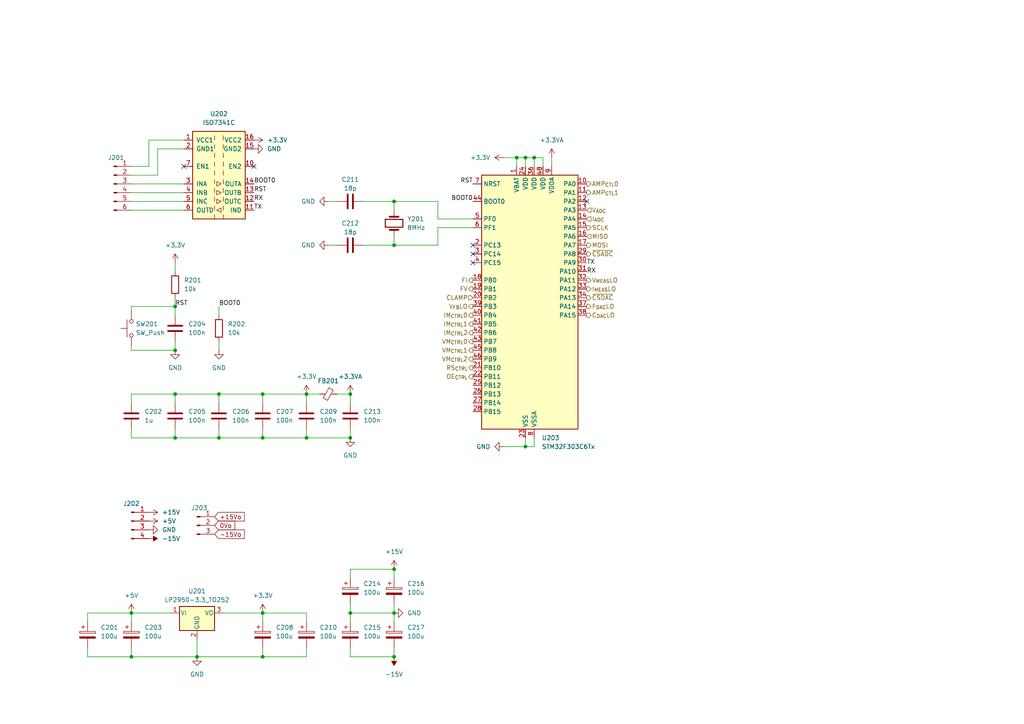
<source format=kicad_sch>
(kicad_sch (version 20231120) (generator "eeschema") (generator_version "8.0")
  (paper "A4")
  (title_block (title "DSMU A1 - Main Analogue Board, Digital Control") (rev "DRAFT 1") (company "Fuckup Industries"))
  (lib_symbols
    (symbol "Connector:Conn_01x03_Pin" (pin_names (offset 1.016) hide)
      (property "Reference" "J" (at 0 5.08 0))
      (property "Value" "Conn_01x03_Pin" (at 0 -5.08 0))
      (symbol "Conn_01x03_Pin_1_1"
        (polyline (pts (xy 1.27 -2.54) (xy 0.8636 -2.54)) (stroke (width 0.1524)))
        (polyline (pts (xy 1.27 0) (xy 0.8636 0)) (stroke (width 0.1524)))
        (polyline (pts (xy 1.27 2.54) (xy 0.8636 2.54)) (stroke (width 0.1524)))
        (rectangle (start 0.8636 -2.413) (end 0 -2.667) (stroke (width 0.1524)) (fill (type outline)))
        (rectangle (start 0.8636 0.127) (end 0 -0.127) (stroke (width 0.1524)) (fill (type outline)))
        (rectangle (start 0.8636 2.667) (end 0 2.413) (stroke (width 0.1524)) (fill (type outline)))
        (pin passive line (at 5.08 2.54 180) (length 3.81) (name "Pin_1") (number "1"))
        (pin passive line (at 5.08 0 180) (length 3.81) (name "Pin_2") (number "2"))
        (pin passive line (at 5.08 -2.54 180) (length 3.81) (name "Pin_3") (number "3"))
      )
    )
    (symbol "Connector:Conn_01x04_Pin" (pin_names (offset 1.016) hide)
      (property "Reference" "J" (at 0 5.08 0))
      (property "Value" "Conn_01x04_Pin" (at 0 -7.62 0))
      (symbol "Conn_01x04_Pin_1_1"
        (polyline (pts (xy 1.27 -5.08) (xy 0.8636 -5.08)) (stroke (width 0.1524)))
        (polyline (pts (xy 1.27 -2.54) (xy 0.8636 -2.54)) (stroke (width 0.1524)))
        (polyline (pts (xy 1.27 0) (xy 0.8636 0)) (stroke (width 0.1524)))
        (polyline (pts (xy 1.27 2.54) (xy 0.8636 2.54)) (stroke (width 0.1524)))
        (rectangle (start 0.8636 -4.953) (end 0 -5.207) (stroke (width 0.1524)) (fill (type outline)))
        (rectangle (start 0.8636 -2.413) (end 0 -2.667) (stroke (width 0.1524)) (fill (type outline)))
        (rectangle (start 0.8636 0.127) (end 0 -0.127) (stroke (width 0.1524)) (fill (type outline)))
        (rectangle (start 0.8636 2.667) (end 0 2.413) (stroke (width 0.1524)) (fill (type outline)))
        (pin passive line (at 5.08 2.54 180) (length 3.81) (name "Pin_1") (number "1"))
        (pin passive line (at 5.08 0 180) (length 3.81) (name "Pin_2") (number "2"))
        (pin passive line (at 5.08 -2.54 180) (length 3.81) (name "Pin_3") (number "3"))
        (pin passive line (at 5.08 -5.08 180) (length 3.81) (name "Pin_4") (number "4"))
      )
    )
    (symbol "Connector:Conn_01x06_Pin" (pin_names (offset 1.016) hide)
      (property "Reference" "J" (at 0 7.62 0))
      (property "Value" "Conn_01x06_Pin" (at 0 -10.16 0))
      (symbol "Conn_01x06_Pin_1_1"
        (polyline (pts (xy 1.27 -7.62) (xy 0.8636 -7.62)) (stroke (width 0.1524)))
        (polyline (pts (xy 1.27 -5.08) (xy 0.8636 -5.08)) (stroke (width 0.1524)))
        (polyline (pts (xy 1.27 -2.54) (xy 0.8636 -2.54)) (stroke (width 0.1524)))
        (polyline (pts (xy 1.27 0) (xy 0.8636 0)) (stroke (width 0.1524)))
        (polyline (pts (xy 1.27 2.54) (xy 0.8636 2.54)) (stroke (width 0.1524)))
        (polyline (pts (xy 1.27 5.08) (xy 0.8636 5.08)) (stroke (width 0.1524)))
        (rectangle (start 0.8636 -7.493) (end 0 -7.747) (stroke (width 0.1524)) (fill (type outline)))
        (rectangle (start 0.8636 -4.953) (end 0 -5.207) (stroke (width 0.1524)) (fill (type outline)))
        (rectangle (start 0.8636 -2.413) (end 0 -2.667) (stroke (width 0.1524)) (fill (type outline)))
        (rectangle (start 0.8636 0.127) (end 0 -0.127) (stroke (width 0.1524)) (fill (type outline)))
        (rectangle (start 0.8636 2.667) (end 0 2.413) (stroke (width 0.1524)) (fill (type outline)))
        (rectangle (start 0.8636 5.207) (end 0 4.953) (stroke (width 0.1524)) (fill (type outline)))
        (pin passive line (at 5.08 5.08 180) (length 3.81) (name "Pin_1") (number "1"))
        (pin passive line (at 5.08 2.54 180) (length 3.81) (name "Pin_2") (number "2"))
        (pin passive line (at 5.08 0 180) (length 3.81) (name "Pin_3") (number "3"))
        (pin passive line (at 5.08 -2.54 180) (length 3.81) (name "Pin_4") (number "4"))
        (pin passive line (at 5.08 -5.08 180) (length 3.81) (name "Pin_5") (number "5"))
        (pin passive line (at 5.08 -7.62 180) (length 3.81) (name "Pin_6") (number "6"))
      )
    )
    (symbol "Device:C" (pin_numbers hide) (pin_names (offset 0.254))
      (property "Reference" "C" (at 0.635 2.54 0))
      (property "Value" "C" (at 0.635 -2.54 0))
      (symbol "C_0_1"
        (polyline (pts (xy -2.032 -0.762) (xy 2.032 -0.762)) (stroke (width 0.508)))
        (polyline (pts (xy -2.032 0.762) (xy 2.032 0.762)) (stroke (width 0.508)))
      )
      (symbol "C_1_1"
        (pin passive line (at 0 3.81 270) (length 2.794) (name "~") (number "1"))
        (pin passive line (at 0 -3.81 90) (length 2.794) (name "~") (number "2"))
      )
    )
    (symbol "Device:C_Polarized" (pin_numbers hide) (pin_names (offset 0.254))
      (property "Reference" "C" (at 0.635 2.54 0))
      (property "Value" "C_Polarized" (at 0.635 -2.54 0))
      (symbol "C_Polarized_0_1"
        (rectangle (start -2.286 0.508) (end 2.286 1.016))
        (polyline (pts (xy -1.778 2.286) (xy -0.762 2.286)))
        (polyline (pts (xy -1.27 2.794) (xy -1.27 1.778)))
        (rectangle (start 2.286 -0.508) (end -2.286 -1.016) (fill (type outline)))
      )
      (symbol "C_Polarized_1_1"
        (pin passive line (at 0 3.81 270) (length 2.794) (name "~") (number "1"))
        (pin passive line (at 0 -3.81 90) (length 2.794) (name "~") (number "2"))
      )
    )
    (symbol "Device:Crystal" (pin_numbers hide) (pin_names (offset 1.016) hide)
      (property "Reference" "Y" (at 0 3.81 0))
      (property "Value" "Crystal" (at 0 -3.81 0))
      (symbol "Crystal_0_1"
        (rectangle (start -1.143 2.54) (end 1.143 -2.54) (stroke (width 0.3048)))
        (polyline (pts (xy -2.54 0) (xy -1.905 0)))
        (polyline (pts (xy -1.905 -1.27) (xy -1.905 1.27)) (stroke (width 0.508)))
        (polyline (pts (xy 1.905 -1.27) (xy 1.905 1.27)) (stroke (width 0.508)))
        (polyline (pts (xy 2.54 0) (xy 1.905 0)))
      )
      (symbol "Crystal_1_1"
        (pin passive line (at -3.81 0 0) (length 1.27) (name "1") (number "1"))
        (pin passive line (at 3.81 0 180) (length 1.27) (name "2") (number "2"))
      )
    )
    (symbol "Device:FerriteBead_Small" (pin_numbers hide) (pin_names (offset 0))
      (property "Reference" "FB" (at 1.905 1.27 0))
      (property "Value" "FerriteBead_Small" (at 1.905 -1.27 0))
      (symbol "FerriteBead_Small_0_1"
        (polyline (pts (xy 0 -1.27) (xy 0 -0.7874)))
        (polyline (pts (xy 0 0.889) (xy 0 1.2954)))
        (polyline (pts (xy -1.8288 0.2794) (xy -1.1176 1.4986) (xy 1.8288 -0.2032) (xy 1.1176 -1.4224) (xy -1.8288 0.2794)))
      )
      (symbol "FerriteBead_Small_1_1"
        (pin passive line (at 0 2.54 270) (length 1.27) (name "~") (number "1"))
        (pin passive line (at 0 -2.54 90) (length 1.27) (name "~") (number "2"))
      )
    )
    (symbol "Device:R" (pin_numbers hide) (pin_names (offset 0))
      (property "Reference" "R" (at 2.032 0 90))
      (property "Value" "R" (at 0 0 90))
      (symbol "R_0_1"
        (rectangle (start -1.016 -2.54) (end 1.016 2.54) (stroke (width 0.254)))
      )
      (symbol "R_1_1"
        (pin passive line (at 0 3.81 270) (length 1.27) (name "~") (number "1"))
        (pin passive line (at 0 -3.81 90) (length 1.27) (name "~") (number "2"))
      )
    )
    (symbol "Isolator:ISO7341C" (pin_names (offset 1.016))
      (property "Reference" "U" (at 0 15.875 0))
      (property "Value" "ISO7341C" (at 0 13.97 0))
      (symbol "ISO7341C_0_1"
        (rectangle (start -7.62 12.7) (end 7.62 -12.7) (stroke (width 0.254)) (fill (type background)))
        (polyline (pts (xy -1.27 -11.43) (xy -1.27 -12.7)))
        (polyline (pts (xy -1.27 -8.89) (xy -1.27 -10.16)))
        (polyline (pts (xy -1.27 -6.35) (xy -1.27 -7.62)))
        (polyline (pts (xy -1.27 -3.81) (xy -1.27 -5.08)))
        (polyline (pts (xy -1.27 -1.27) (xy -1.27 -2.54)))
        (polyline (pts (xy -1.27 1.27) (xy -1.27 0)))
        (polyline (pts (xy -1.27 3.81) (xy -1.27 2.54)))
        (polyline (pts (xy -1.27 6.35) (xy -1.27 5.08)))
        (polyline (pts (xy -1.27 8.89) (xy -1.27 7.62)))
        (polyline (pts (xy -1.27 11.43) (xy -1.27 10.16)))
        (polyline (pts (xy 1.27 -11.43) (xy 1.27 -12.7)))
        (polyline (pts (xy 1.27 -8.89) (xy 1.27 -10.16)))
        (polyline (pts (xy 1.27 -6.35) (xy 1.27 -7.62)))
        (polyline (pts (xy 1.27 -3.81) (xy 1.27 -5.08)))
        (polyline (pts (xy 1.27 -1.27) (xy 1.27 -2.54)))
        (polyline (pts (xy 1.27 1.27) (xy 1.27 0)))
        (polyline (pts (xy 1.27 3.81) (xy 1.27 2.54)))
        (polyline (pts (xy 1.27 6.35) (xy 1.27 5.08)))
        (polyline (pts (xy 1.27 8.89) (xy 1.27 7.62)))
        (polyline (pts (xy 1.27 11.43) (xy 1.27 10.16)))
        (polyline (pts (xy -0.635 -10.16) (xy 0.635 -9.525) (xy 0.635 -10.795) (xy -0.635 -10.16)))
        (polyline (pts (xy -0.635 -6.985) (xy -0.635 -8.255) (xy 0.635 -7.62) (xy -0.635 -6.985)))
        (polyline (pts (xy -0.635 -4.445) (xy -0.635 -5.715) (xy 0.635 -5.08) (xy -0.635 -4.445)))
        (polyline (pts (xy -0.635 -1.905) (xy -0.635 -3.175) (xy 0.635 -2.54) (xy -0.635 -1.905)))
      )
      (symbol "ISO7341C_1_1"
        (pin power_in line (at -10.16 10.16 0) (length 2.54) (name "VCC1") (number "1"))
        (pin input line (at 10.16 2.54 180) (length 2.54) (name "EN2") (number "10"))
        (pin input line (at 10.16 -10.16 180) (length 2.54) (name "IND") (number "11"))
        (pin output line (at 10.16 -7.62 180) (length 2.54) (name "OUTC") (number "12"))
        (pin output line (at 10.16 -5.08 180) (length 2.54) (name "OUTB") (number "13"))
        (pin output line (at 10.16 -2.54 180) (length 2.54) (name "OUTA") (number "14"))
        (pin power_in line (at 10.16 7.62 180) (length 2.54) (name "GND2") (number "15"))
        (pin power_in line (at 10.16 10.16 180) (length 2.54) (name "VCC2") (number "16"))
        (pin power_in line (at -10.16 7.62 0) (length 2.54) (name "GND1") (number "2"))
        (pin input line (at -10.16 -2.54 0) (length 2.54) (name "INA") (number "3"))
        (pin input line (at -10.16 -5.08 0) (length 2.54) (name "INB") (number "4"))
        (pin input line (at -10.16 -7.62 0) (length 2.54) (name "INC") (number "5"))
        (pin output line (at -10.16 -10.16 0) (length 2.54) (name "OUTD") (number "6"))
        (pin input line (at -10.16 2.54 0) (length 2.54) (name "EN1") (number "7"))
        (pin passive line (at -10.16 7.62 0) (length 2.54) hide (name "GND1") (number "8"))
        (pin passive line (at 10.16 7.62 180) (length 2.54) hide (name "GND2") (number "9"))
      )
    )
    (symbol "MCU_ST_STM32F3:STM32F303C6Tx"
      (property "Reference" "U" (at -12.7 39.37 0))
      (property "Value" "STM32F303C6Tx" (at 10.16 39.37 0))
      (symbol "STM32F303C6Tx_0_1"
        (rectangle (start -12.7 -35.56) (end 15.24 38.1) (stroke (width 0.254)) (fill (type background)))
      )
      (symbol "STM32F303C6Tx_1_1"
        (pin power_in line (at -2.54 40.64 270) (length 2.54) (name "VBAT") (number "1"))
        (pin bidirectional line (at 17.78 35.56 180) (length 2.54) (name "PA0") (number "10"))
        (pin bidirectional line (at 17.78 33.02 180) (length 2.54) (name "PA1") (number "11"))
        (pin bidirectional line (at 17.78 30.48 180) (length 2.54) (name "PA2") (number "12"))
        (pin bidirectional line (at 17.78 27.94 180) (length 2.54) (name "PA3") (number "13"))
        (pin bidirectional line (at 17.78 25.4 180) (length 2.54) (name "PA4") (number "14"))
        (pin bidirectional line (at 17.78 22.86 180) (length 2.54) (name "PA5") (number "15"))
        (pin bidirectional line (at 17.78 20.32 180) (length 2.54) (name "PA6") (number "16"))
        (pin bidirectional line (at 17.78 17.78 180) (length 2.54) (name "PA7") (number "17"))
        (pin bidirectional line (at -15.24 7.62 0) (length 2.54) (name "PB0") (number "18"))
        (pin bidirectional line (at -15.24 5.08 0) (length 2.54) (name "PB1") (number "19"))
        (pin bidirectional line (at -15.24 17.78 0) (length 2.54) (name "PC13") (number "2"))
        (pin bidirectional line (at -15.24 2.54 0) (length 2.54) (name "PB2") (number "20"))
        (pin bidirectional line (at -15.24 -17.78 0) (length 2.54) (name "PB10") (number "21"))
        (pin bidirectional line (at -15.24 -20.32 0) (length 2.54) (name "PB11") (number "22"))
        (pin power_in line (at 0 -38.1 90) (length 2.54) (name "VSS") (number "23"))
        (pin power_in line (at 0 40.64 270) (length 2.54) (name "VDD") (number "24"))
        (pin bidirectional line (at -15.24 -22.86 0) (length 2.54) (name "PB12") (number "25"))
        (pin bidirectional line (at -15.24 -25.4 0) (length 2.54) (name "PB13") (number "26"))
        (pin bidirectional line (at -15.24 -27.94 0) (length 2.54) (name "PB14") (number "27"))
        (pin bidirectional line (at -15.24 -30.48 0) (length 2.54) (name "PB15") (number "28"))
        (pin bidirectional line (at 17.78 15.24 180) (length 2.54) (name "PA8") (number "29"))
        (pin bidirectional line (at -15.24 15.24 0) (length 2.54) (name "PC14") (number "3"))
        (pin bidirectional line (at 17.78 12.7 180) (length 2.54) (name "PA9") (number "30"))
        (pin bidirectional line (at 17.78 10.16 180) (length 2.54) (name "PA10") (number "31"))
        (pin bidirectional line (at 17.78 7.62 180) (length 2.54) (name "PA11") (number "32"))
        (pin bidirectional line (at 17.78 5.08 180) (length 2.54) (name "PA12") (number "33"))
        (pin bidirectional line (at 17.78 2.54 180) (length 2.54) (name "PA13") (number "34"))
        (pin passive line (at 0 -38.1 90) (length 2.54) hide (name "VSS") (number "35"))
        (pin power_in line (at 2.54 40.64 270) (length 2.54) (name "VDD") (number "36"))
        (pin bidirectional line (at 17.78 0 180) (length 2.54) (name "PA14") (number "37"))
        (pin bidirectional line (at 17.78 -2.54 180) (length 2.54) (name "PA15") (number "38"))
        (pin bidirectional line (at -15.24 0 0) (length 2.54) (name "PB3") (number "39"))
        (pin bidirectional line (at -15.24 12.7 0) (length 2.54) (name "PC15") (number "4"))
        (pin bidirectional line (at -15.24 -2.54 0) (length 2.54) (name "PB4") (number "40"))
        (pin bidirectional line (at -15.24 -5.08 0) (length 2.54) (name "PB5") (number "41"))
        (pin bidirectional line (at -15.24 -7.62 0) (length 2.54) (name "PB6") (number "42"))
        (pin bidirectional line (at -15.24 -10.16 0) (length 2.54) (name "PB7") (number "43"))
        (pin input line (at -15.24 30.48 0) (length 2.54) (name "BOOT0") (number "44"))
        (pin bidirectional line (at -15.24 -12.7 0) (length 2.54) (name "PB8") (number "45"))
        (pin bidirectional line (at -15.24 -15.24 0) (length 2.54) (name "PB9") (number "46"))
        (pin passive line (at 0 -38.1 90) (length 2.54) hide (name "VSS") (number "47"))
        (pin power_in line (at 5.08 40.64 270) (length 2.54) (name "VDD") (number "48"))
        (pin bidirectional line (at -15.24 25.4 0) (length 2.54) (name "PF0") (number "5"))
        (pin bidirectional line (at -15.24 22.86 0) (length 2.54) (name "PF1") (number "6"))
        (pin input line (at -15.24 35.56 0) (length 2.54) (name "NRST") (number "7"))
        (pin power_in line (at 2.54 -38.1 90) (length 2.54) (name "VSSA") (number "8"))
        (pin power_in line (at 7.62 40.64 270) (length 2.54) (name "VDDA") (number "9"))
      )
    )
    (symbol "Regulator_Linear:LP2950-3.3_TO252" (pin_names (offset 0.254))
      (property "Reference" "U" (at -3.81 3.175 0))
      (property "Value" "LP2950-3.3_TO252" (at 0 3.175 0))
      (symbol "LP2950-3.3_TO252_0_1"
        (rectangle (start -5.08 1.905) (end 5.08 -5.08) (stroke (width 0.254)) (fill (type background)))
      )
      (symbol "LP2950-3.3_TO252_1_1"
        (pin power_in line (at -7.62 0 0) (length 2.54) (name "VI") (number "1"))
        (pin power_in line (at 0 -7.62 90) (length 2.54) (name "GND") (number "2"))
        (pin power_out line (at 7.62 0 180) (length 2.54) (name "VO") (number "3"))
      )
    )
    (symbol "Switch:SW_Push" (pin_numbers hide) (pin_names (offset 1.016) hide)
      (property "Reference" "SW" (at 1.27 2.54 0))
      (property "Value" "SW_Push" (at 0 -1.524 0))
      (symbol "SW_Push_0_1"
        (circle (center -2.032 0) (radius 0.508))
        (polyline (pts (xy 0 1.27) (xy 0 3.048)))
        (polyline (pts (xy 2.54 1.27) (xy -2.54 1.27)))
        (circle (center 2.032 0) (radius 0.508))
        (pin passive line (at -5.08 0 0) (length 2.54) (name "1") (number "1"))
        (pin passive line (at 5.08 0 180) (length 2.54) (name "2") (number "2"))
      )
    )
    (symbol "power:+15V" (power) (pin_numbers hide) (pin_names (offset 0) hide)
      (property "Value" "+15V" (at 0 3.556 0))
      (symbol "+15V_0_1"
        (polyline (pts (xy -0.762 1.27) (xy 0 2.54)))
        (polyline (pts (xy 0 0) (xy 0 2.54)))
        (polyline (pts (xy 0 2.54) (xy 0.762 1.27)))
      )
      (symbol "+15V_1_1"
        (pin power_in line (at 0 0 90) (length 0) (name "~") (number "1"))
      )
    )
    (symbol "power:+3.3V" (power) (pin_numbers hide) (pin_names (offset 0) hide)
      (property "Value" "+3.3V" (at 0 3.556 0))
      (symbol "+3.3V_0_1"
        (polyline (pts (xy -0.762 1.27) (xy 0 2.54)))
        (polyline (pts (xy 0 0) (xy 0 2.54)))
        (polyline (pts (xy 0 2.54) (xy 0.762 1.27)))
      )
      (symbol "+3.3V_1_1"
        (pin power_in line (at 0 0 90) (length 0) (name "~") (number "1"))
      )
    )
    (symbol "power:+3.3VA" (power) (pin_numbers hide) (pin_names (offset 0) hide)
      (property "Value" "+3.3VA" (at 0 3.556 0))
      (symbol "+3.3VA_0_1"
        (polyline (pts (xy -0.762 1.27) (xy 0 2.54)))
        (polyline (pts (xy 0 0) (xy 0 2.54)))
        (polyline (pts (xy 0 2.54) (xy 0.762 1.27)))
      )
      (symbol "+3.3VA_1_1"
        (pin power_in line (at 0 0 90) (length 0) (name "~") (number "1"))
      )
    )
    (symbol "power:+5V" (power) (pin_numbers hide) (pin_names (offset 0) hide)
      (property "Value" "+5V" (at 0 3.556 0))
      (symbol "+5V_0_1"
        (polyline (pts (xy -0.762 1.27) (xy 0 2.54)))
        (polyline (pts (xy 0 0) (xy 0 2.54)))
        (polyline (pts (xy 0 2.54) (xy 0.762 1.27)))
      )
      (symbol "+5V_1_1"
        (pin power_in line (at 0 0 90) (length 0) (name "~") (number "1"))
      )
    )
    (symbol "power:-15V" (power) (pin_numbers hide) (pin_names (offset 0) hide)
      (property "Value" "-15V" (at 0 3.556 0))
      (symbol "-15V_0_0"
        (pin power_in line (at 0 0 90) (length 0) (name "~") (number "1"))
      )
      (symbol "-15V_0_1"
        (polyline (pts (xy 0 0) (xy 0 1.27) (xy 0.762 1.27) (xy 0 2.54) (xy -0.762 1.27) (xy 0 1.27)) (fill (type outline)))
      )
    )
    (symbol "power:GND" (power) (pin_numbers hide) (pin_names (offset 0) hide)
      (property "Value" "GND" (at 0 -3.81 0))
      (symbol "GND_0_1"
        (polyline (pts (xy 0 0) (xy 0 -1.27) (xy 1.27 -1.27) (xy 0 -2.54) (xy -1.27 -1.27) (xy 0 -1.27)))
      )
      (symbol "GND_1_1"
        (pin power_in line (at 0 0 270) (length 0) (name "~") (number "1"))
      )
    )
  )
  (junction (at 38.1 177.8))
  (junction (at 149.86 45.72))
  (junction (at 38.1 190.5))
  (junction (at 50.8 114.3))
  (junction (at 76.2 177.8))
  (junction (at 63.5 114.3))
  (junction (at 50.8 101.6))
  (junction (at 101.6 114.3))
  (junction (at 88.9 127))
  (junction (at 114.3 190.5))
  (junction (at 63.5 127))
  (junction (at 50.8 127))
  (junction (at 76.2 114.3))
  (junction (at 76.2 190.5))
  (junction (at 152.4 45.72))
  (junction (at 152.4 129.54))
  (junction (at 88.9 114.3))
  (junction (at 154.94 45.72))
  (junction (at 114.3 58.42))
  (junction (at 50.8 88.9))
  (junction (at 101.6 127))
  (junction (at 57.15 190.5))
  (junction (at 76.2 127))
  (junction (at 114.3 165.1))
  (junction (at 114.3 177.8))
  (junction (at 101.6 177.8))
  (junction (at 114.3 71.12))
  (no_connect (at 53.34 48.26))
  (no_connect (at 137.16 73.66))
  (no_connect (at 73.66 48.26))
  (no_connect (at 170.18 58.42))
  (no_connect (at 137.16 71.12))
  (no_connect (at 137.16 76.2))
  (wire (pts (xy 114.3 165.1) (xy 114.3 167.64)))
  (wire (pts (xy 101.6 124.46) (xy 101.6 127)))
  (wire (pts (xy 101.6 127) (xy 88.9 127)))
  (wire (pts (xy 95.25 58.42) (xy 97.79 58.42)))
  (wire (pts (xy 45.72 43.18) (xy 53.34 43.18)))
  (wire (pts (xy 157.48 45.72) (xy 157.48 48.26)))
  (wire (pts (xy 76.2 177.8) (xy 76.2 180.34)))
  (wire (pts (xy 38.1 127) (xy 38.1 124.46)))
  (wire (pts (xy 38.1 88.9) (xy 50.8 88.9)))
  (wire (pts (xy 105.41 58.42) (xy 114.3 58.42)))
  (wire (pts (xy 38.1 90.17) (xy 38.1 88.9)))
  (wire (pts (xy 25.4 187.96) (xy 25.4 190.5)))
  (wire (pts (xy 43.18 40.64) (xy 53.34 40.64)))
  (wire (pts (xy 25.4 190.5) (xy 38.1 190.5)))
  (wire (pts (xy 25.4 177.8) (xy 25.4 180.34)))
  (wire (pts (xy 88.9 127) (xy 76.2 127)))
  (wire (pts (xy 137.16 63.5) (xy 127 63.5)))
  (wire (pts (xy 76.2 114.3) (xy 76.2 116.84)))
  (wire (pts (xy 76.2 127) (xy 63.5 127)))
  (wire (pts (xy 76.2 177.8) (xy 88.9 177.8)))
  (wire (pts (xy 38.1 177.8) (xy 38.1 180.34)))
  (wire (pts (xy 127 63.5) (xy 127 58.42)))
  (wire (pts (xy 50.8 127) (xy 38.1 127)))
  (wire (pts (xy 88.9 187.96) (xy 88.9 190.5)))
  (wire (pts (xy 50.8 86.36) (xy 50.8 88.9)))
  (wire (pts (xy 101.6 175.26) (xy 101.6 177.8)))
  (wire (pts (xy 101.6 190.5) (xy 114.3 190.5)))
  (wire (pts (xy 114.3 71.12) (xy 114.3 68.58)))
  (wire (pts (xy 154.94 45.72) (xy 154.94 48.26)))
  (wire (pts (xy 76.2 190.5) (xy 88.9 190.5)))
  (wire (pts (xy 38.1 114.3) (xy 50.8 114.3)))
  (wire (pts (xy 38.1 48.26) (xy 43.18 48.26)))
  (wire (pts (xy 152.4 129.54) (xy 152.4 127)))
  (wire (pts (xy 154.94 45.72) (xy 157.48 45.72)))
  (wire (pts (xy 105.41 71.12) (xy 114.3 71.12)))
  (wire (pts (xy 114.3 165.1) (xy 101.6 165.1)))
  (wire (pts (xy 127 71.12) (xy 114.3 71.12)))
  (wire (pts (xy 101.6 177.8) (xy 101.6 180.34)))
  (wire (pts (xy 152.4 45.72) (xy 154.94 45.72)))
  (wire (pts (xy 45.72 50.8) (xy 45.72 43.18)))
  (wire (pts (xy 127 66.04) (xy 127 71.12)))
  (wire (pts (xy 149.86 45.72) (xy 152.4 45.72)))
  (wire (pts (xy 38.1 177.8) (xy 25.4 177.8)))
  (wire (pts (xy 43.18 48.26) (xy 43.18 40.64)))
  (wire (pts (xy 76.2 114.3) (xy 63.5 114.3)))
  (wire (pts (xy 88.9 177.8) (xy 88.9 180.34)))
  (wire (pts (xy 38.1 50.8) (xy 45.72 50.8)))
  (wire (pts (xy 38.1 187.96) (xy 38.1 190.5)))
  (wire (pts (xy 38.1 53.34) (xy 53.34 53.34)))
  (wire (pts (xy 63.5 127) (xy 50.8 127)))
  (wire (pts (xy 137.16 66.04) (xy 127 66.04)))
  (wire (pts (xy 101.6 114.3) (xy 101.6 116.84)))
  (wire (pts (xy 114.3 187.96) (xy 114.3 190.5)))
  (wire (pts (xy 63.5 99.06) (xy 63.5 101.6)))
  (wire (pts (xy 152.4 45.72) (xy 152.4 48.26)))
  (wire (pts (xy 76.2 190.5) (xy 76.2 187.96)))
  (wire (pts (xy 50.8 127) (xy 50.8 124.46)))
  (wire (pts (xy 76.2 124.46) (xy 76.2 127)))
  (wire (pts (xy 88.9 124.46) (xy 88.9 127)))
  (wire (pts (xy 64.77 177.8) (xy 76.2 177.8)))
  (wire (pts (xy 63.5 114.3) (xy 63.5 116.84)))
  (wire (pts (xy 154.94 129.54) (xy 154.94 127)))
  (wire (pts (xy 146.05 129.54) (xy 152.4 129.54)))
  (wire (pts (xy 38.1 58.42) (xy 53.34 58.42)))
  (wire (pts (xy 114.3 58.42) (xy 114.3 60.96)))
  (wire (pts (xy 57.15 190.5) (xy 76.2 190.5)))
  (wire (pts (xy 88.9 114.3) (xy 88.9 116.84)))
  (wire (pts (xy 160.02 45.72) (xy 160.02 48.26)))
  (wire (pts (xy 146.05 45.72) (xy 149.86 45.72)))
  (wire (pts (xy 38.1 55.88) (xy 53.34 55.88)))
  (wire (pts (xy 95.25 71.12) (xy 97.79 71.12)))
  (wire (pts (xy 88.9 114.3) (xy 76.2 114.3)))
  (wire (pts (xy 63.5 124.46) (xy 63.5 127)))
  (wire (pts (xy 38.1 177.8) (xy 49.53 177.8)))
  (wire (pts (xy 149.86 48.26) (xy 149.86 45.72)))
  (wire (pts (xy 88.9 114.3) (xy 92.71 114.3)))
  (wire (pts (xy 152.4 129.54) (xy 154.94 129.54)))
  (wire (pts (xy 50.8 76.2) (xy 50.8 78.74)))
  (wire (pts (xy 57.15 190.5) (xy 57.15 185.42)))
  (wire (pts (xy 38.1 116.84) (xy 38.1 114.3)))
  (wire (pts (xy 38.1 60.96) (xy 53.34 60.96)))
  (wire (pts (xy 50.8 99.06) (xy 50.8 101.6)))
  (wire (pts (xy 38.1 190.5) (xy 57.15 190.5)))
  (wire (pts (xy 63.5 114.3) (xy 50.8 114.3)))
  (wire (pts (xy 114.3 177.8) (xy 114.3 180.34)))
  (wire (pts (xy 63.5 88.9) (xy 63.5 91.44)))
  (wire (pts (xy 38.1 100.33) (xy 38.1 101.6)))
  (wire (pts (xy 127 58.42) (xy 114.3 58.42)))
  (wire (pts (xy 101.6 177.8) (xy 114.3 177.8)))
  (wire (pts (xy 101.6 187.96) (xy 101.6 190.5)))
  (wire (pts (xy 101.6 165.1) (xy 101.6 167.64)))
  (wire (pts (xy 97.79 114.3) (xy 101.6 114.3)))
  (wire (pts (xy 50.8 114.3) (xy 50.8 116.84)))
  (wire (pts (xy 38.1 101.6) (xy 50.8 101.6)))
  (wire (pts (xy 114.3 175.26) (xy 114.3 177.8)))
  (wire (pts (xy 50.8 88.9) (xy 50.8 91.44)))
  (label "RST" (at 137.16 53.34 180))
  (label "TX" (at 170.18 76.2 0))
  (label "BOOT0" (at 73.66 53.34 0))
  (label "BOOT0" (at 63.5 88.9 0))
  (label "RX" (at 170.18 78.74 0))
  (label "RST" (at 73.66 55.88 0))
  (label "RST" (at 50.8 88.9 0))
  (label "BOOT0" (at 137.16 58.42 180))
  (label "RX" (at 73.66 58.42 0))
  (label "TX" (at 73.66 60.96 0))
  (global_label "0Vo" (shape input) (at 62.23 152.4 0) (property "Intersheetrefs" "${INTERSHEET_REFS}" (effects (hide yes))))
  (global_label "+15Vo" (shape input) (at 62.23 149.86 0) (property "Intersheetrefs" "${INTERSHEET_REFS}" (effects (hide yes))))
  (global_label "-15Vo" (shape input) (at 62.23 154.94 0) (property "Intersheetrefs" "${INTERSHEET_REFS}" (effects (hide yes))))
  (hierarchical_label "~{CSDAC}" (shape output) (at 170.18 86.36 0))
  (hierarchical_label "MOSI" (shape output) (at 170.18 71.12 0))
  (hierarchical_label "V_{ADC}" (shape input) (at 170.18 60.96 0))
  (hierarchical_label "VM_{CTRL}2" (shape output) (at 137.16 104.14 180))
  (hierarchical_label "FV" (shape output) (at 137.16 83.82 180))
  (hierarchical_label "I_{ADC}" (shape input) (at 170.18 63.5 0))
  (hierarchical_label "RS_{CTRL}" (shape output) (at 137.16 106.68 180))
  (hierarchical_label "CLAMP" (shape input) (at 137.16 86.36 180))
  (hierarchical_label "OE_{CTRL}" (shape output) (at 137.16 109.22 180))
  (hierarchical_label "IM_{CTRL}1" (shape output) (at 137.16 93.98 180))
  (hierarchical_label "AMP_{CTL}1" (shape output) (at 170.18 55.88 0))
  (hierarchical_label "IM_{CTRL}0" (shape output) (at 137.16 91.44 180))
  (hierarchical_label "MISO" (shape input) (at 170.18 68.58 0))
  (hierarchical_label "F_{DAC}LO" (shape output) (at 170.18 88.9 0))
  (hierarchical_label "IM_{CTRL}2" (shape output) (at 137.16 96.52 180))
  (hierarchical_label "I_{MEAS}LO" (shape output) (at 170.18 83.82 0))
  (hierarchical_label "SCLK" (shape output) (at 170.18 66.04 0))
  (hierarchical_label "FI" (shape output) (at 137.16 81.28 180))
  (hierarchical_label "V_{MEAS}LO" (shape output) (at 170.18 81.28 0))
  (hierarchical_label "AMP_{CTL}0" (shape output) (at 170.18 53.34 0))
  (hierarchical_label "VM_{CTRL}0" (shape output) (at 137.16 99.06 180))
  (hierarchical_label "VM_{CTRL}1" (shape output) (at 137.16 101.6 180))
  (hierarchical_label "C_{DAC}LO" (shape output) (at 170.18 91.44 0))
  (hierarchical_label "V_{FB}LO" (shape output) (at 137.16 88.9 180))
  (hierarchical_label "~{CSADC}" (shape output) (at 170.18 73.66 0))
  (symbol (lib_id "power:GND") (at 146.05 129.54 270) (unit 1)
    (property "Reference" "#PWR0222" (effects (hide yes)))
    (property "Value" "GND" (at 142.24 129.5399 90) (effects (justify right)))
    (property "Description" "Power symbol creates a global label with name \"GND\" , ground" (effects (hide yes)))
  )
  (symbol (lib_id "power:+3.3V") (at 76.2 177.8 0) (unit 1)
    (property "Reference" "#PWR0212" (effects (hide yes)))
    (property "Value" "+3.3V" (at 76.2 172.72 0))
    (property "Description" "Power symbol creates a global label with name \"+3.3V\"" (effects (hide yes)))
  )
  (symbol (lib_id "MCU_ST_STM32F3:STM32F303C6Tx") (at 152.4 88.9 0) (unit 1)
    (property "Reference" "U203" (at 157.1341 127 0) (effects (justify left)))
    (property "Value" "STM32F303C6Tx" (at 157.1341 129.54 0) (effects (justify left)))
    (property "Footprint" "Package_QFP:LQFP-48_7x7mm_P0.5mm" (effects (hide yes)))
    (property "Datasheet" "https://www.st.com/resource/en/datasheet/stm32f303c6.pdf" (effects (hide yes)))
    (property "Description" "STMicroelectronics Arm Cortex-M4 MCU, 32KB flash, 16KB RAM, 72 MHz, 2.0-3.6V, 37 GPIO, LQFP48" (effects (hide yes)))
  )
  (symbol (lib_id "Connector:Conn_01x04_Pin") (at 38.1 151.13 0) (unit 1)
    (property "Reference" "J202" (at 38.1 146.05 0))
    (property "Value" "Conn_01x04_Pin" (effects (hide yes)))
    (property "Footprint" "Connector_PinHeader_2.54mm:PinHeader_1x04_P2.54mm_Vertical" (effects (hide yes)))
    (property "Description" "Generic connector, single row, 01x04, script generated" (effects (hide yes)))
  )
  (symbol (lib_id "power:+15V") (at 43.18 148.59 270) (unit 1)
    (property "Reference" "#PWR0202" (effects (hide yes)))
    (property "Value" "+15V" (at 46.99 148.5899 90) (effects (justify left)))
    (property "Description" "Power symbol creates a global label with name \"+15V\"" (effects (hide yes)))
  )
  (symbol (lib_id "Device:R") (at 50.8 82.55 180) (unit 1)
    (property "Reference" "R201" (at 53.34 81.28 0) (effects (justify right)))
    (property "Value" "10k" (at 53.34 83.82 0) (effects (justify right)))
    (property "Footprint" "Resistor_SMD:R_0603_1608Metric" (effects (hide yes)))
  )
  (symbol (lib_id "power:+3.3V") (at 50.8 76.2 0) (unit 1)
    (property "Reference" "#PWR0206" (effects (hide yes)))
    (property "Value" "+3.3V" (at 50.8 71.12 0))
    (property "Description" "Power symbol creates a global label with name \"+3.3V\"" (effects (hide yes)))
  )
  (symbol (lib_id "power:+3.3V") (at 88.9 114.3 0) (unit 1)
    (property "Reference" "#PWR0213" (effects (hide yes)))
    (property "Value" "+3.3V" (at 88.9 109.22 0))
    (property "Description" "Power symbol creates a global label with name \"+3.3V\"" (effects (hide yes)))
  )
  (symbol (lib_id "Device:C_Polarized") (at 114.3 171.45 0) (unit 1)
    (property "Reference" "C216" (at 118.11 169.2909 0) (effects (justify left)))
    (property "Value" "100u" (at 118.11 171.8309 0) (effects (justify left)))
    (property "Footprint" "Capacitor_THT:CP_Radial_D8.0mm_P3.50mm" (effects (hide yes)))
    (property "Description" "Polarized capacitor" (effects (hide yes)))
  )
  (symbol (lib_id "power:GND") (at 57.15 190.5 0) (unit 1)
    (property "Reference" "#PWR0208" (effects (hide yes)))
    (property "Value" "GND" (at 57.15 195.58 0))
    (property "Description" "Power symbol creates a global label with name \"GND\" , ground" (effects (hide yes)))
  )
  (symbol (lib_id "power:GND") (at 63.5 101.6 0) (unit 1)
    (property "Reference" "#PWR0209" (effects (hide yes)))
    (property "Value" "GND" (at 63.5 106.68 0))
    (property "Description" "Power symbol creates a global label with name \"GND\" , ground" (effects (hide yes)))
  )
  (symbol (lib_id "power:GND") (at 73.66 43.18 90) (unit 1)
    (property "Reference" "#PWR0211" (effects (hide yes)))
    (property "Value" "GND" (at 77.47 43.1799 90) (effects (justify right)))
    (property "Description" "Power symbol creates a global label with name \"GND\" , ground" (effects (hide yes)))
  )
  (symbol (lib_id "Device:C") (at 101.6 71.12 90) (unit 1)
    (property "Reference" "C212" (at 101.6 64.77 90))
    (property "Value" "18p" (at 101.6 67.31 90))
    (property "Footprint" "Capacitor_SMD:C_0603_1608Metric" (effects (hide yes)))
    (property "Description" "Unpolarized capacitor" (effects (hide yes)))
  )
  (symbol (lib_id "power:GND") (at 95.25 71.12 270) (unit 1)
    (property "Reference" "#PWR0215" (effects (hide yes)))
    (property "Value" "GND" (at 91.44 71.1199 90) (effects (justify right)))
    (property "Description" "Power symbol creates a global label with name \"GND\" , ground" (effects (hide yes)))
  )
  (symbol (lib_id "power:+5V") (at 43.18 151.13 270) (unit 1)
    (property "Reference" "#PWR0203" (effects (hide yes)))
    (property "Value" "+5V" (at 46.99 151.1299 90) (effects (justify left)))
    (property "Description" "Power symbol creates a global label with name \"+5V\"" (effects (hide yes)))
  )
  (symbol (lib_id "Device:C_Polarized") (at 101.6 171.45 0) (unit 1)
    (property "Reference" "C214" (at 105.41 169.2909 0) (effects (justify left)))
    (property "Value" "100u" (at 105.41 171.8309 0) (effects (justify left)))
    (property "Footprint" "Capacitor_THT:CP_Radial_D8.0mm_P3.50mm" (effects (hide yes)))
    (property "Description" "Polarized capacitor" (effects (hide yes)))
  )
  (symbol (lib_id "power:-15V") (at 114.3 190.5 180) (unit 1)
    (property "Reference" "#PWR0220" (effects (hide yes)))
    (property "Value" "-15V" (at 114.3 195.58 0))
    (property "Description" "Power symbol creates a global label with name \"-15V\"" (effects (hide yes)))
  )
  (symbol (lib_id "power:GND") (at 114.3 177.8 90) (unit 1)
    (property "Reference" "#PWR0219" (effects (hide yes)))
    (property "Value" "GND" (at 118.11 177.7999 90) (effects (justify right)))
    (property "Description" "Power symbol creates a global label with name \"GND\" , ground" (effects (hide yes)))
  )
  (symbol (lib_id "Device:C") (at 38.1 120.65 0) (unit 1)
    (property "Reference" "C202" (at 41.91 119.38 0) (effects (justify left)))
    (property "Value" "1u" (at 41.91 121.92 0) (effects (justify left)))
    (property "Footprint" "Capacitor_SMD:C_0603_1608Metric" (effects (hide yes)))
  )
  (symbol (lib_id "power:+5V") (at 38.1 177.8 0) (unit 1)
    (property "Reference" "#PWR0201" (effects (hide yes)))
    (property "Value" "+5V" (at 38.1 172.72 0))
    (property "Description" "Power symbol creates a global label with name \"+5V\"" (effects (hide yes)))
  )
  (symbol (lib_id "Device:C") (at 101.6 120.65 0) (unit 1)
    (property "Reference" "C213" (at 105.41 119.38 0) (effects (justify left)))
    (property "Value" "100n" (at 105.41 121.92 0) (effects (justify left)))
    (property "Footprint" "Capacitor_SMD:C_0603_1608Metric" (effects (hide yes)))
  )
  (symbol (lib_id "power:-15V") (at 43.18 156.21 270) (unit 1)
    (property "Reference" "#PWR0205" (effects (hide yes)))
    (property "Value" "-15V" (at 46.99 156.2099 90) (effects (justify left)))
    (property "Description" "Power symbol creates a global label with name \"-15V\"" (effects (hide yes)))
  )
  (symbol (lib_id "power:GND") (at 95.25 58.42 270) (unit 1)
    (property "Reference" "#PWR0214" (effects (hide yes)))
    (property "Value" "GND" (at 91.44 58.4199 90) (effects (justify right)))
    (property "Description" "Power symbol creates a global label with name \"GND\" , ground" (effects (hide yes)))
  )
  (symbol (lib_id "power:GND") (at 50.8 101.6 0) (unit 1)
    (property "Reference" "#PWR0207" (effects (hide yes)))
    (property "Value" "GND" (at 50.8 106.68 0))
    (property "Description" "Power symbol creates a global label with name \"GND\" , ground" (effects (hide yes)))
  )
  (symbol (lib_id "Device:C_Polarized") (at 101.6 184.15 0) (unit 1)
    (property "Reference" "C215" (at 105.41 181.9909 0) (effects (justify left)))
    (property "Value" "100u" (at 105.41 184.5309 0) (effects (justify left)))
    (property "Footprint" "Capacitor_THT:CP_Radial_D8.0mm_P3.50mm" (effects (hide yes)))
    (property "Description" "Polarized capacitor" (effects (hide yes)))
  )
  (symbol (lib_id "power:+3.3VA") (at 160.02 45.72 0) (unit 1)
    (property "Reference" "#PWR0223" (effects (hide yes)))
    (property "Value" "+3.3VA" (at 160.02 40.64 0))
    (property "Description" "Power symbol creates a global label with name \"+3.3VA\"" (effects (hide yes)))
  )
  (symbol (lib_id "Device:C_Polarized") (at 38.1 184.15 0) (unit 1)
    (property "Reference" "C203" (at 41.91 181.9909 0) (effects (justify left)))
    (property "Value" "100u" (at 41.91 184.5309 0) (effects (justify left)))
    (property "Footprint" "Capacitor_THT:CP_Radial_D8.0mm_P3.50mm" (effects (hide yes)))
    (property "Description" "Polarized capacitor" (effects (hide yes)))
  )
  (symbol (lib_id "power:GND") (at 43.18 153.67 90) (unit 1)
    (property "Reference" "#PWR0204" (effects (hide yes)))
    (property "Value" "GND" (at 46.99 153.6699 90) (effects (justify right)))
    (property "Description" "Power symbol creates a global label with name \"GND\" , ground" (effects (hide yes)))
  )
  (symbol (lib_id "Device:C") (at 101.6 58.42 90) (unit 1)
    (property "Reference" "C211" (at 101.6 52.07 90))
    (property "Value" "18p" (at 101.6 54.61 90))
    (property "Footprint" "Capacitor_SMD:C_0603_1608Metric" (effects (hide yes)))
    (property "Description" "Unpolarized capacitor" (effects (hide yes)))
  )
  (symbol (lib_id "power:GND") (at 101.6 127 0) (unit 1)
    (property "Reference" "#PWR0217" (effects (hide yes)))
    (property "Value" "GND" (at 101.6 132.08 0))
    (property "Description" "Power symbol creates a global label with name \"GND\" , ground" (effects (hide yes)))
  )
  (symbol (lib_id "Device:C") (at 88.9 120.65 0) (unit 1)
    (property "Reference" "C209" (at 92.71 119.38 0) (effects (justify left)))
    (property "Value" "100n" (at 92.71 121.92 0) (effects (justify left)))
    (property "Footprint" "Capacitor_SMD:C_0603_1608Metric" (effects (hide yes)))
  )
  (symbol (lib_id "Device:FerriteBead_Small") (at 95.25 114.3 90) (unit 1)
    (property "Reference" "FB201" (at 95.2119 110.49 90))
    (property "Value" "FerriteBead_Small" (effects (hide yes)))
    (property "Footprint" "Inductor_SMD:L_0603_1608Metric" (effects (hide yes)))
    (property "Description" "Ferrite bead, small symbol" (effects (hide yes)))
  )
  (symbol (lib_id "Device:C") (at 63.5 120.65 0) (unit 1)
    (property "Reference" "C206" (at 67.31 119.38 0) (effects (justify left)))
    (property "Value" "100n" (at 67.31 121.92 0) (effects (justify left)))
    (property "Footprint" "Capacitor_SMD:C_0603_1608Metric" (effects (hide yes)))
  )
  (symbol (lib_id "Device:R") (at 63.5 95.25 180) (unit 1)
    (property "Reference" "R202" (at 66.04 93.98 0) (effects (justify right)))
    (property "Value" "10k" (at 66.04 96.52 0) (effects (justify right)))
    (property "Footprint" "Resistor_SMD:R_0603_1608Metric" (effects (hide yes)))
  )
  (symbol (lib_id "Device:C_Polarized") (at 114.3 184.15 0) (unit 1)
    (property "Reference" "C217" (at 118.11 181.9909 0) (effects (justify left)))
    (property "Value" "100u" (at 118.11 184.5309 0) (effects (justify left)))
    (property "Footprint" "Capacitor_THT:CP_Radial_D8.0mm_P3.50mm" (effects (hide yes)))
    (property "Description" "Polarized capacitor" (effects (hide yes)))
  )
  (symbol (lib_id "Regulator_Linear:LP2950-3.3_TO252") (at 57.15 177.8 0) (unit 1)
    (property "Reference" "U201" (at 57.15 171.45 0))
    (property "Value" "LP2950-3.3_TO252" (at 57.15 173.99 0))
    (property "Footprint" "Package_TO_SOT_SMD:TO-252-3_TabPin2" (effects (hide yes)))
    (property "Datasheet" "http://www.ti.com/lit/ds/symlink/lp2950.pdf" (effects (hide yes)))
    (property "Description" "Positive 100mA 30V Linear Micropower Voltage Regulator, Fixed Output 3.3V, TO-252" (effects (hide yes)))
  )
  (symbol (lib_id "Device:C") (at 50.8 120.65 0) (unit 1)
    (property "Reference" "C205" (at 54.61 119.38 0) (effects (justify left)))
    (property "Value" "100n" (at 54.61 121.92 0) (effects (justify left)))
    (property "Footprint" "Capacitor_SMD:C_0603_1608Metric" (effects (hide yes)))
  )
  (symbol (lib_id "Device:C") (at 76.2 120.65 0) (unit 1)
    (property "Reference" "C207" (at 80.01 119.38 0) (effects (justify left)))
    (property "Value" "100n" (at 80.01 121.92 0) (effects (justify left)))
    (property "Footprint" "Capacitor_SMD:C_0603_1608Metric" (effects (hide yes)))
  )
  (symbol (lib_id "Connector:Conn_01x06_Pin") (at 33.02 53.34 0) (unit 1)
    (property "Reference" "J201" (at 33.655 45.72 0))
    (property "Value" "Conn_01x06_Pin" (effects (hide yes)))
    (property "Footprint" "Connector_PinHeader_2.54mm:PinHeader_1x06_P2.54mm_Vertical" (effects (hide yes)))
    (property "Description" "Generic connector, single row, 01x06, script generated" (effects (hide yes)))
  )
  (symbol (lib_id "power:+15V") (at 114.3 165.1 0) (unit 1)
    (property "Reference" "#PWR0218" (effects (hide yes)))
    (property "Value" "+15V" (at 114.3 160.02 0))
    (property "Description" "Power symbol creates a global label with name \"+15V\"" (effects (hide yes)))
  )
  (symbol (lib_id "Device:C_Polarized") (at 88.9 184.15 0) (unit 1)
    (property "Reference" "C210" (at 92.71 181.9909 0) (effects (justify left)))
    (property "Value" "100u" (at 92.71 184.5309 0) (effects (justify left)))
    (property "Footprint" "Capacitor_THT:CP_Radial_D8.0mm_P3.50mm" (effects (hide yes)))
    (property "Description" "Polarized capacitor" (effects (hide yes)))
  )
  (symbol (lib_id "power:+3.3V") (at 73.66 40.64 270) (unit 1)
    (property "Reference" "#PWR0210" (effects (hide yes)))
    (property "Value" "+3.3V" (at 77.47 40.6399 90) (effects (justify left)))
    (property "Description" "Power symbol creates a global label with name \"+3.3V\"" (effects (hide yes)))
  )
  (symbol (lib_id "power:+3.3V") (at 146.05 45.72 90) (unit 1)
    (property "Reference" "#PWR0221" (effects (hide yes)))
    (property "Value" "+3.3V" (at 142.24 45.7199 90) (effects (justify left)))
    (property "Description" "Power symbol creates a global label with name \"+3.3V\"" (effects (hide yes)))
  )
  (symbol (lib_id "power:+3.3VA") (at 101.6 114.3 0) (unit 1)
    (property "Reference" "#PWR0216" (effects (hide yes)))
    (property "Value" "+3.3VA" (at 101.6 109.22 0))
    (property "Description" "Power symbol creates a global label with name \"+3.3VA\"" (effects (hide yes)))
  )
  (symbol (lib_id "Device:C_Polarized") (at 76.2 184.15 0) (unit 1)
    (property "Reference" "C208" (at 80.01 181.9909 0) (effects (justify left)))
    (property "Value" "100u" (at 80.01 184.5309 0) (effects (justify left)))
    (property "Footprint" "Capacitor_THT:CP_Radial_D8.0mm_P3.50mm" (effects (hide yes)))
    (property "Description" "Polarized capacitor" (effects (hide yes)))
  )
  (symbol (lib_id "Switch:SW_Push") (at 38.1 95.25 90) (unit 1)
    (property "Reference" "SW201" (at 39.37 93.9799 90) (effects (justify right)))
    (property "Value" "SW_Push" (at 39.37 96.5199 90) (effects (justify right)))
    (property "Footprint" "Button_Switch_SMD:SW_SPST_Omron_B3FS-105xP" (effects (hide yes)))
    (property "Description" "Push button switch, generic, two pins" (effects (hide yes)))
  )
  (symbol (lib_id "Isolator:ISO7341C") (at 63.5 50.8 0) (unit 1)
    (property "Reference" "U202" (at 63.5 33.02 0))
    (property "Value" "ISO7341C" (at 63.5 35.56 0))
    (property "Footprint" "Package_SO:SOIC-16W_7.5x10.3mm_P1.27mm" (effects (hide yes)))
    (property "Datasheet" "http://www.ti.com/general/docs/lit/getliterature.tsp?genericPartNumber=iso7341c&fileType=pdf" (effects (hide yes)))
    (property "Description" "Low Power Quad-Channel 3/1 Digital Isolator, 25Mbps 31ns, Fail-Safe High, SO16" (effects (hide yes)))
  )
  (symbol (lib_id "Device:Crystal") (at 114.3 64.77 90) (unit 1)
    (property "Reference" "Y201" (at 118.11 63.4999 90) (effects (justify right)))
    (property "Value" "8MHz" (at 118.11 66.0399 90) (effects (justify right)))
    (property "Footprint" "Crystal:Crystal_HC18-U_Vertical" (effects (hide yes)))
    (property "Description" "Two pin crystal" (effects (hide yes)))
  )
  (symbol (lib_id "Device:C") (at 50.8 95.25 0) (unit 1)
    (property "Reference" "C204" (at 54.61 93.98 0) (effects (justify left)))
    (property "Value" "100n" (at 54.61 96.52 0) (effects (justify left)))
    (property "Footprint" "Capacitor_SMD:C_0603_1608Metric" (effects (hide yes)))
  )
  (symbol (lib_id "Connector:Conn_01x03_Pin") (at 57.15 152.4 0) (unit 1)
    (property "Reference" "J203" (at 57.785 147.32 0))
    (property "Value" "Conn_01x03_Pin" (effects (hide yes)))
    (property "Footprint" "Connector_PinHeader_2.54mm:PinHeader_1x03_P2.54mm_Vertical" (effects (hide yes)))
    (property "Description" "Generic connector, single row, 01x03, script generated" (effects (hide yes)))
  )
  (symbol (lib_id "Device:C_Polarized") (at 25.4 184.15 0) (unit 1)
    (property "Reference" "C201" (at 29.21 181.9909 0) (effects (justify left)))
    (property "Value" "100u" (at 29.21 184.5309 0) (effects (justify left)))
    (property "Footprint" "Capacitor_THT:CP_Radial_D8.0mm_P3.50mm" (effects (hide yes)))
    (property "Description" "Polarized capacitor" (effects (hide yes)))
  )
)
</source>
